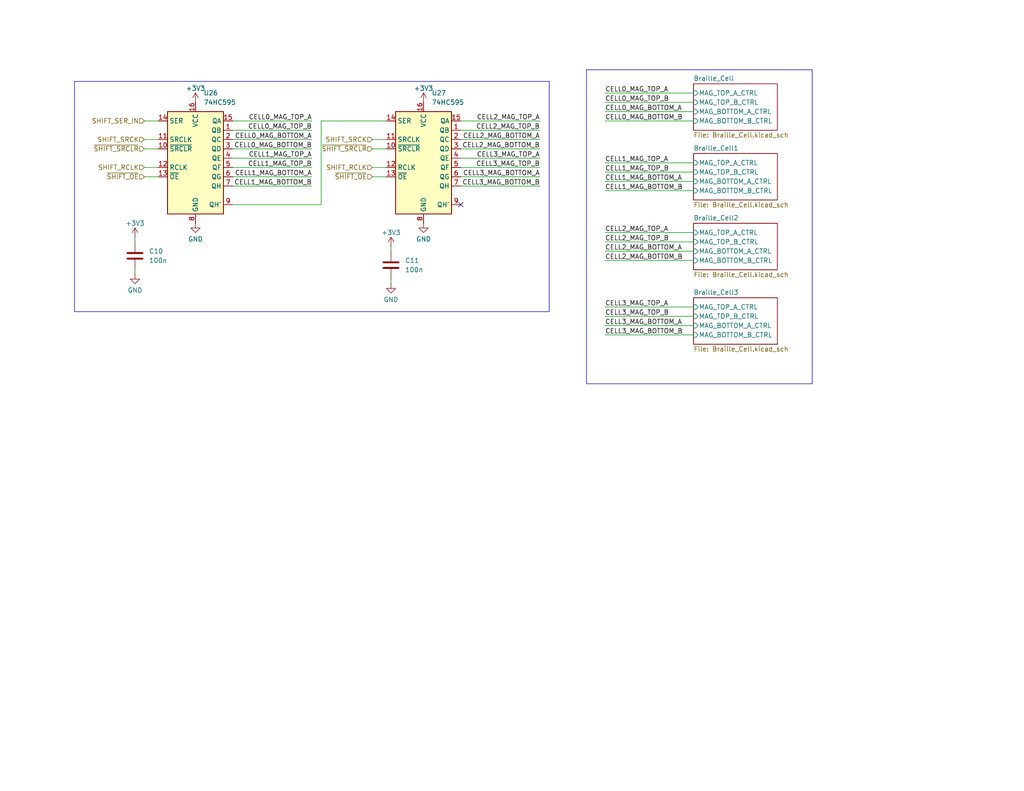
<source format=kicad_sch>
(kicad_sch (version 20231120) (generator "eeschema") (generator_version "8.0")
  (paper "USLetter")
  (title_block (date "2025-01-05") (rev "Rev 3"))
  (lib_symbols
    (symbol "74xx:74HC595"
      (property "Reference" "U" (at -7.62 13.97 0))
      (property "Value" "74HC595" (at -7.62 -16.51 0))
      (symbol "74HC595_1_0"
        (pin tri_state line (at 10.16 7.62 180) (length 2.54) (name "QB") (number "1"))
        (pin input line (at -10.16 2.54 0) (length 2.54) (name "~{SRCLR}") (number "10"))
        (pin input line (at -10.16 5.08 0) (length 2.54) (name "SRCLK") (number "11"))
        (pin input line (at -10.16 -2.54 0) (length 2.54) (name "RCLK") (number "12"))
        (pin input line (at -10.16 -5.08 0) (length 2.54) (name "~{OE}") (number "13"))
        (pin input line (at -10.16 10.16 0) (length 2.54) (name "SER") (number "14"))
        (pin tri_state line (at 10.16 10.16 180) (length 2.54) (name "QA") (number "15"))
        (pin power_in line (at 0 15.24 270) (length 2.54) (name "VCC") (number "16"))
        (pin tri_state line (at 10.16 5.08 180) (length 2.54) (name "QC") (number "2"))
        (pin tri_state line (at 10.16 2.54 180) (length 2.54) (name "QD") (number "3"))
        (pin tri_state line (at 10.16 0 180) (length 2.54) (name "QE") (number "4"))
        (pin tri_state line (at 10.16 -2.54 180) (length 2.54) (name "QF") (number "5"))
        (pin tri_state line (at 10.16 -5.08 180) (length 2.54) (name "QG") (number "6"))
        (pin tri_state line (at 10.16 -7.62 180) (length 2.54) (name "QH") (number "7"))
        (pin power_in line (at 0 -17.78 90) (length 2.54) (name "GND") (number "8"))
        (pin output line (at 10.16 -12.7 180) (length 2.54) (name "QH'") (number "9"))
      )
      (symbol "74HC595_1_1"
        (rectangle (start -7.62 12.7) (end 7.62 -15.24) (stroke (width 0.254)) (fill (type background)))
      )
    )
    (symbol "Device:C" (pin_numbers hide) (pin_names (offset 0.254))
      (property "Reference" "C" (at 0.635 2.54 0))
      (property "Value" "C" (at 0.635 -2.54 0))
      (symbol "C_0_1"
        (polyline (pts (xy -2.032 -0.762) (xy 2.032 -0.762)) (stroke (width 0.508)))
        (polyline (pts (xy -2.032 0.762) (xy 2.032 0.762)) (stroke (width 0.508)))
      )
      (symbol "C_1_1"
        (pin passive line (at 0 3.81 270) (length 2.794) (name "~") (number "1"))
        (pin passive line (at 0 -3.81 90) (length 2.794) (name "~") (number "2"))
      )
    )
    (symbol "power:+3V3" (power) (pin_numbers hide) (pin_names (offset 0) hide)
      (property "Value" "+3V3" (at 0 3.556 0))
      (symbol "+3V3_0_1"
        (polyline (pts (xy -0.762 1.27) (xy 0 2.54)))
        (polyline (pts (xy 0 0) (xy 0 2.54)))
        (polyline (pts (xy 0 2.54) (xy 0.762 1.27)))
      )
      (symbol "+3V3_1_1"
        (pin power_in line (at 0 0 90) (length 0) (name "~") (number "1"))
      )
    )
    (symbol "power:GND" (power) (pin_numbers hide) (pin_names (offset 0) hide)
      (property "Value" "GND" (at 0 -3.81 0))
      (symbol "GND_0_1"
        (polyline (pts (xy 0 0) (xy 0 -1.27) (xy 1.27 -1.27) (xy 0 -2.54) (xy -1.27 -1.27) (xy 0 -1.27)))
      )
      (symbol "GND_1_1"
        (pin power_in line (at 0 0 270) (length 0) (name "~") (number "1"))
      )
    )
  )
  (no_connect (at 125.73 55.88))
  (wire (pts (xy 165.1 88.9) (xy 189.23 88.9)))
  (wire (pts (xy 39.37 40.64) (xy 43.18 40.64)))
  (wire (pts (xy 165.1 30.48) (xy 189.23 30.48)))
  (wire (pts (xy 147.32 33.02) (xy 125.73 33.02)))
  (wire (pts (xy 63.5 48.26) (xy 85.09 48.26)))
  (wire (pts (xy 39.37 38.1) (xy 43.18 38.1)))
  (wire (pts (xy 36.83 73.66) (xy 36.83 74.93)))
  (wire (pts (xy 165.1 91.44) (xy 189.23 91.44)))
  (wire (pts (xy 165.1 66.04) (xy 189.23 66.04)))
  (wire (pts (xy 165.1 44.45) (xy 189.23 44.45)))
  (wire (pts (xy 39.37 45.72) (xy 43.18 45.72)))
  (wire (pts (xy 101.6 45.72) (xy 105.41 45.72)))
  (wire (pts (xy 165.1 86.36) (xy 189.23 86.36)))
  (wire (pts (xy 85.09 40.64) (xy 63.5 40.64)))
  (wire (pts (xy 147.32 43.18) (xy 125.73 43.18)))
  (wire (pts (xy 101.6 40.64) (xy 105.41 40.64)))
  (wire (pts (xy 36.83 66.04) (xy 36.83 64.77)))
  (wire (pts (xy 85.09 38.1) (xy 63.5 38.1)))
  (wire (pts (xy 63.5 43.18) (xy 85.09 43.18)))
  (wire (pts (xy 165.1 83.82) (xy 189.23 83.82)))
  (wire (pts (xy 85.09 33.02) (xy 63.5 33.02)))
  (wire (pts (xy 63.5 50.8) (xy 85.09 50.8)))
  (wire (pts (xy 101.6 48.26) (xy 105.41 48.26)))
  (wire (pts (xy 147.32 50.8) (xy 125.73 50.8)))
  (wire (pts (xy 39.37 48.26) (xy 43.18 48.26)))
  (wire (pts (xy 165.1 46.99) (xy 189.23 46.99)))
  (wire (pts (xy 165.1 33.02) (xy 189.23 33.02)))
  (wire (pts (xy 39.37 33.02) (xy 43.18 33.02)))
  (wire (pts (xy 147.32 40.64) (xy 125.73 40.64)))
  (wire (pts (xy 87.63 55.88) (xy 87.63 33.02)))
  (wire (pts (xy 165.1 63.5) (xy 189.23 63.5)))
  (wire (pts (xy 147.32 38.1) (xy 125.73 38.1)))
  (wire (pts (xy 63.5 55.88) (xy 87.63 55.88)))
  (wire (pts (xy 165.1 49.53) (xy 189.23 49.53)))
  (wire (pts (xy 106.68 76.2) (xy 106.68 77.47)))
  (wire (pts (xy 101.6 38.1) (xy 105.41 38.1)))
  (wire (pts (xy 147.32 35.56) (xy 125.73 35.56)))
  (wire (pts (xy 165.1 25.4) (xy 189.23 25.4)))
  (wire (pts (xy 63.5 45.72) (xy 85.09 45.72)))
  (wire (pts (xy 165.1 71.12) (xy 189.23 71.12)))
  (wire (pts (xy 147.32 45.72) (xy 125.73 45.72)))
  (wire (pts (xy 85.09 35.56) (xy 63.5 35.56)))
  (wire (pts (xy 165.1 52.07) (xy 189.23 52.07)))
  (wire (pts (xy 106.68 68.58) (xy 106.68 67.31)))
  (wire (pts (xy 165.1 68.58) (xy 189.23 68.58)))
  (wire (pts (xy 87.63 33.02) (xy 105.41 33.02)))
  (wire (pts (xy 147.32 48.26) (xy 125.73 48.26)))
  (wire (pts (xy 165.1 27.94) (xy 189.23 27.94)))
  (rectangle (start 160.02 19.05) (end 221.615 104.775))
  (rectangle (start 20.32 22.225) (end 149.86 85.09))
  (label "CELL0_MAG_BOTTOM_B" (at 165.1 33.02 0))
  (label "CELL0_MAG_TOP_A" (at 165.1 25.4 0))
  (label "CELL1_MAG_TOP_A" (at 85.09 43.18 180))
  (label "CELL0_MAG_BOTTOM_B" (at 85.09 40.64 180))
  (label "CELL2_MAG_TOP_A" (at 165.1 63.5 0))
  (label "CELL2_MAG_TOP_B" (at 165.1 66.04 0))
  (label "CELL1_MAG_BOTTOM_B" (at 85.09 50.8 180))
  (label "CELL2_MAG_BOTTOM_B" (at 147.32 40.64 180))
  (label "CELL3_MAG_TOP_B" (at 147.32 45.72 180))
  (label "CELL2_MAG_BOTTOM_A" (at 165.1 68.58 0))
  (label "CELL0_MAG_TOP_A" (at 85.09 33.02 180))
  (label "CELL3_MAG_TOP_A" (at 147.32 43.18 180))
  (label "CELL2_MAG_BOTTOM_A" (at 147.32 38.1 180))
  (label "CELL1_MAG_TOP_B" (at 85.09 45.72 180))
  (label "CELL0_MAG_TOP_B" (at 165.1 27.94 0))
  (label "CELL1_MAG_TOP_A" (at 165.1 44.45 0))
  (label "CELL3_MAG_BOTTOM_A" (at 147.32 48.26 180))
  (label "CELL0_MAG_BOTTOM_A" (at 165.1 30.48 0))
  (label "CELL3_MAG_BOTTOM_B" (at 165.1 91.44 0))
  (label "CELL3_MAG_BOTTOM_A" (at 165.1 88.9 0))
  (label "CELL2_MAG_BOTTOM_B" (at 165.1 71.12 0))
  (label "CELL0_MAG_BOTTOM_A" (at 85.09 38.1 180))
  (label "CELL2_MAG_TOP_B" (at 147.32 35.56 180))
  (label "CELL3_MAG_TOP_A" (at 165.1 83.82 0))
  (label "CELL3_MAG_TOP_B" (at 165.1 86.36 0))
  (label "CELL0_MAG_TOP_B" (at 85.09 35.56 180))
  (label "CELL1_MAG_BOTTOM_A" (at 165.1 49.53 0))
  (label "CELL1_MAG_BOTTOM_B" (at 165.1 52.07 0))
  (label "CELL2_MAG_TOP_A" (at 147.32 33.02 180))
  (label "CELL1_MAG_TOP_B" (at 165.1 46.99 0))
  (label "CELL1_MAG_BOTTOM_A" (at 85.09 48.26 180))
  (label "CELL3_MAG_BOTTOM_B" (at 147.32 50.8 180))
  (hierarchical_label "SHIFT_SRCK" (shape input) (at 101.6 38.1 180))
  (hierarchical_label "~{SHIFT_SRCLR}" (shape input) (at 39.37 40.64 180))
  (hierarchical_label "SHIFT_SRCK" (shape input) (at 39.37 38.1 180))
  (hierarchical_label "SHIFT_SER_IN" (shape input) (at 39.37 33.02 180))
  (hierarchical_label "SHIFT_RCLK" (shape input) (at 101.6 45.72 180))
  (hierarchical_label "SHIFT_RCLK" (shape input) (at 39.37 45.72 180))
  (hierarchical_label "~{SHIFT_SRCLR}" (shape input) (at 101.6 40.64 180))
  (hierarchical_label "~{SHIFT_OE}" (shape input) (at 101.6 48.26 180))
  (hierarchical_label "~{SHIFT_OE}" (shape input) (at 39.37 48.26 180))
  (symbol (lib_id "74xx:74HC595") (at 53.34 43.18 0) (unit 1)
    (property "Reference" "U26" (at 55.5341 25.4 0) (effects (justify left)))
    (property "Value" "74HC595" (at 55.5341 27.94 0) (effects (justify left)))
    (property "Footprint" "Package_SO:SOP-16_3.9x9.9mm_P1.27mm" (effects (hide yes)))
    (property "Datasheet" "http://www.ti.com/lit/ds/symlink/sn74hc595.pdf" (effects (hide yes)))
    (property "Description" "8-bit serial in/out Shift Register 3-State Outputs" (effects (hide yes)))
  )
  (symbol (lib_id "power:GND") (at 53.34 60.96 0) (unit 1)
    (property "Reference" "#PWR0114" (effects (hide yes)))
    (property "Value" "GND" (at 53.34 65.278 0))
    (property "Description" "Power symbol creates a global label with name \"GND\" , ground" (effects (hide yes)))
  )
  (symbol (lib_id "power:GND") (at 36.83 74.93 0) (unit 1)
    (property "Reference" "#PWR050" (effects (hide yes)))
    (property "Value" "GND" (at 36.83 79.248 0))
    (property "Description" "Power symbol creates a global label with name \"GND\" , ground" (effects (hide yes)))
  )
  (symbol (lib_id "power:+3V3") (at 53.34 27.94 0) (unit 1)
    (property "Reference" "#PWR0113" (effects (hide yes)))
    (property "Value" "+3V3" (at 53.34 24.13 0))
    (property "Description" "Power symbol creates a global label with name \"+3V3\"" (effects (hide yes)))
  )
  (symbol (lib_id "power:+3V3") (at 115.57 27.94 0) (unit 1)
    (property "Reference" "#PWR0115" (effects (hide yes)))
    (property "Value" "+3V3" (at 115.57 24.13 0))
    (property "Description" "Power symbol creates a global label with name \"+3V3\"" (effects (hide yes)))
  )
  (symbol (lib_id "74xx:74HC595") (at 115.57 43.18 0) (unit 1)
    (property "Reference" "U27" (at 117.7641 25.4 0) (effects (justify left)))
    (property "Value" "74HC595" (at 117.7641 27.94 0) (effects (justify left)))
    (property "Footprint" "Package_SO:SOP-16_3.9x9.9mm_P1.27mm" (effects (hide yes)))
    (property "Datasheet" "http://www.ti.com/lit/ds/symlink/sn74hc595.pdf" (effects (hide yes)))
    (property "Description" "8-bit serial in/out Shift Register 3-State Outputs" (effects (hide yes)))
  )
  (symbol (lib_id "Device:C") (at 36.83 69.85 0) (unit 1)
    (property "Reference" "C10" (at 40.64 68.5799 0) (effects (justify left)))
    (property "Value" "100n" (at 40.64 71.1199 0) (effects (justify left)))
    (property "Footprint" "Capacitor_SMD:C_1206_3216Metric_Pad1.33x1.80mm_HandSolder" (effects (hide yes)))
    (property "Description" "Unpolarized capacitor" (effects (hide yes)))
  )
  (symbol (lib_id "power:+3V3") (at 106.68 67.31 0) (unit 1)
    (property "Reference" "#PWR051" (effects (hide yes)))
    (property "Value" "+3V3" (at 106.68 63.5 0))
    (property "Description" "Power symbol creates a global label with name \"+3V3\"" (effects (hide yes)))
  )
  (symbol (lib_id "power:GND") (at 115.57 60.96 0) (unit 1)
    (property "Reference" "#PWR0116" (effects (hide yes)))
    (property "Value" "GND" (at 115.57 65.278 0))
    (property "Description" "Power symbol creates a global label with name \"GND\" , ground" (effects (hide yes)))
  )
  (symbol (lib_id "power:+3V3") (at 36.83 64.77 0) (unit 1)
    (property "Reference" "#PWR049" (effects (hide yes)))
    (property "Value" "+3V3" (at 36.83 60.96 0))
    (property "Description" "Power symbol creates a global label with name \"+3V3\"" (effects (hide yes)))
  )
  (symbol (lib_id "Device:C") (at 106.68 72.39 0) (unit 1)
    (property "Reference" "C11" (at 110.49 71.1199 0) (effects (justify left)))
    (property "Value" "100n" (at 110.49 73.6599 0) (effects (justify left)))
    (property "Footprint" "Capacitor_SMD:C_1206_3216Metric_Pad1.33x1.80mm_HandSolder" (effects (hide yes)))
    (property "Description" "Unpolarized capacitor" (effects (hide yes)))
  )
  (symbol (lib_id "power:GND") (at 106.68 77.47 0) (unit 1)
    (property "Reference" "#PWR052" (effects (hide yes)))
    (property "Value" "GND" (at 106.68 81.788 0))
    (property "Description" "Power symbol creates a global label with name \"GND\" , ground" (effects (hide yes)))
  )
  (sheet (at 189.23 41.91) (size 22.86 12.7) (stroke (width 0.1524))
    (property "Sheetname" "Braille_Cell1" (at 189.23 41.1984 0) (effects (justify left bottom)))
    (property "Sheetfile" "Braille_Cell.kicad_sch" (at 189.23 55.1946 0) (effects (justify left top)))
    (pin "MAG_BOTTOM_A_CTRL" input (at 189.23 49.53 180))
    (pin "MAG_BOTTOM_B_CTRL" input (at 189.23 52.07 180))
    (pin "MAG_TOP_A_CTRL" input (at 189.23 44.45 180))
    (pin "MAG_TOP_B_CTRL" input (at 189.23 46.99 180))
  )
  (sheet (at 189.23 81.28) (size 22.86 12.7) (stroke (width 0.1524))
    (property "Sheetname" "Braille_Cell3" (at 189.23 80.5684 0) (effects (justify left bottom)))
    (property "Sheetfile" "Braille_Cell.kicad_sch" (at 189.23 94.5646 0) (effects (justify left top)))
    (pin "MAG_BOTTOM_A_CTRL" input (at 189.23 88.9 180))
    (pin "MAG_BOTTOM_B_CTRL" input (at 189.23 91.44 180))
    (pin "MAG_TOP_A_CTRL" input (at 189.23 83.82 180))
    (pin "MAG_TOP_B_CTRL" input (at 189.23 86.36 180))
  )
  (sheet (at 189.23 60.96) (size 22.86 12.7) (stroke (width 0.1524))
    (property "Sheetname" "Braille_Cell2" (at 189.23 60.2484 0) (effects (justify left bottom)))
    (property "Sheetfile" "Braille_Cell.kicad_sch" (at 189.23 74.2446 0) (effects (justify left top)))
    (pin "MAG_BOTTOM_A_CTRL" input (at 189.23 68.58 180))
    (pin "MAG_BOTTOM_B_CTRL" input (at 189.23 71.12 180))
    (pin "MAG_TOP_A_CTRL" input (at 189.23 63.5 180))
    (pin "MAG_TOP_B_CTRL" input (at 189.23 66.04 180))
  )
  (sheet (at 189.23 22.86) (size 22.86 12.7) (stroke (width 0.1524))
    (property "Sheetname" "Braille_Cell" (at 189.23 22.1484 0) (effects (justify left bottom)))
    (property "Sheetfile" "Braille_Cell.kicad_sch" (at 189.23 36.1446 0) (effects (justify left top)))
    (pin "MAG_BOTTOM_A_CTRL" input (at 189.23 30.48 180))
    (pin "MAG_BOTTOM_B_CTRL" input (at 189.23 33.02 180))
    (pin "MAG_TOP_A_CTRL" input (at 189.23 25.4 180))
    (pin "MAG_TOP_B_CTRL" input (at 189.23 27.94 180))
  )
)
</source>
